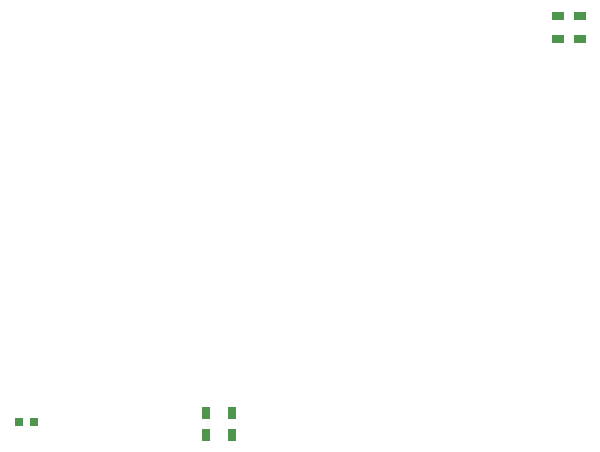
<source format=gbp>
G04*
G04 #@! TF.GenerationSoftware,Altium Limited,Altium Designer,23.3.1 (30)*
G04*
G04 Layer_Color=128*
%FSLAX44Y44*%
%MOMM*%
G71*
G04*
G04 #@! TF.SameCoordinates,E1D300C1-D630-478A-AE1F-60CBEBB5A271*
G04*
G04*
G04 #@! TF.FilePolarity,Positive*
G04*
G01*
G75*
%ADD27R,1.0160X0.8000*%
%ADD32R,0.7620X0.7620*%
%ADD35R,0.8000X1.0160*%
D27*
X736219Y396240D02*
D03*
X717677D02*
D03*
X736219Y416052D02*
D03*
X717677D02*
D03*
D32*
X261320Y71628D02*
D03*
X274320D02*
D03*
D35*
X441452Y60706D02*
D03*
Y79248D02*
D03*
X420116Y61214D02*
D03*
Y79756D02*
D03*
M02*

</source>
